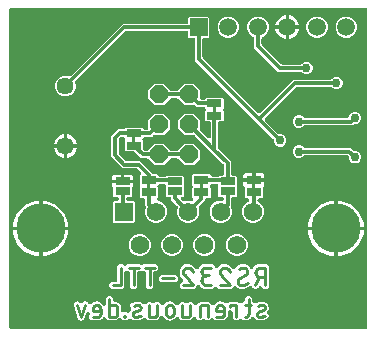
<source format=gbr>
G04 EAGLE Gerber RS-274X export*
G75*
%MOMM*%
%FSLAX34Y34*%
%LPD*%
%INBottom Copper*%
%IPPOS*%
%AMOC8*
5,1,8,0,0,1.08239X$1,22.5*%
G01*
G04 Define Apertures*
%ADD10C,0.279400*%
%ADD11R,1.560000X1.560000*%
%ADD12C,1.560000*%
%ADD13C,4.186000*%
%ADD14P,1.64956X8X292.5*%
%ADD15C,1.450000*%
%ADD16R,1.270000X0.660400*%
%ADD17R,1.270000X0.635000*%
%ADD18C,1.508000*%
%ADD19R,1.508000X1.508000*%
%ADD20C,0.304800*%
%ADD21C,0.756400*%
G36*
X312760Y10281D02*
X312166Y10160D01*
X11684Y10160D01*
X11135Y10262D01*
X10624Y10589D01*
X10281Y11090D01*
X10160Y11684D01*
X10160Y280320D01*
X10262Y280869D01*
X10589Y281380D01*
X11089Y281723D01*
X11684Y281844D01*
X312166Y281936D01*
X312715Y281834D01*
X313226Y281507D01*
X313569Y281007D01*
X313690Y280412D01*
X313690Y11684D01*
X313588Y11135D01*
X313261Y10624D01*
X312760Y10281D01*
G37*
%LPC*%
G36*
X235783Y267124D02*
X244339Y267124D01*
X244339Y275680D01*
X243857Y275680D01*
X240153Y274145D01*
X237317Y271310D01*
X235783Y267605D01*
X235783Y267124D01*
G37*
G36*
X247387Y267124D02*
X255943Y267124D01*
X255943Y267605D01*
X254408Y271310D01*
X251572Y274145D01*
X247868Y275680D01*
X247387Y275680D01*
X247387Y267124D01*
G37*
G36*
X294060Y256536D02*
X297665Y256536D01*
X300997Y257916D01*
X303547Y260466D01*
X304927Y263797D01*
X304927Y267403D01*
X303547Y270734D01*
X300997Y273284D01*
X297665Y274664D01*
X294060Y274664D01*
X290728Y273284D01*
X288178Y270734D01*
X286799Y267403D01*
X286799Y263797D01*
X288178Y260466D01*
X290728Y257916D01*
X294060Y256536D01*
G37*
G36*
X269060Y256536D02*
X272665Y256536D01*
X275997Y257916D01*
X278547Y260466D01*
X279927Y263797D01*
X279927Y267403D01*
X278547Y270734D01*
X275997Y273284D01*
X272665Y274664D01*
X269060Y274664D01*
X265728Y273284D01*
X263178Y270734D01*
X261799Y267403D01*
X261799Y263797D01*
X263178Y260466D01*
X265728Y257916D01*
X269060Y256536D01*
G37*
G36*
X260882Y225675D02*
X262993Y225675D01*
X264943Y226483D01*
X266436Y227976D01*
X267244Y229926D01*
X267244Y232037D01*
X266436Y233987D01*
X264943Y235479D01*
X262993Y236287D01*
X260882Y236287D01*
X258932Y235479D01*
X257928Y234476D01*
X257445Y234150D01*
X256850Y234029D01*
X241500Y234029D01*
X240928Y234141D01*
X240422Y234476D01*
X224357Y250541D01*
X224031Y251024D01*
X223911Y251619D01*
X223911Y256033D01*
X224017Y256594D01*
X224348Y257102D01*
X224851Y257441D01*
X225997Y257916D01*
X228547Y260466D01*
X229927Y263797D01*
X229927Y267403D01*
X228547Y270734D01*
X225997Y273284D01*
X222665Y274664D01*
X219060Y274664D01*
X215728Y273284D01*
X213178Y270734D01*
X211799Y267403D01*
X211799Y263797D01*
X213178Y260466D01*
X215728Y257916D01*
X216874Y257441D01*
X217351Y257128D01*
X217694Y256628D01*
X217815Y256033D01*
X217815Y248462D01*
X238344Y227933D01*
X256850Y227933D01*
X257422Y227822D01*
X257928Y227487D01*
X258932Y226483D01*
X260882Y225675D01*
G37*
G36*
X194060Y256536D02*
X197665Y256536D01*
X200997Y257916D01*
X203547Y260466D01*
X204927Y263797D01*
X204927Y267403D01*
X203547Y270734D01*
X200997Y273284D01*
X197665Y274664D01*
X194060Y274664D01*
X190728Y273284D01*
X188178Y270734D01*
X186799Y267403D01*
X186799Y263797D01*
X188178Y260466D01*
X190728Y257916D01*
X194060Y256536D01*
G37*
G36*
X238657Y164557D02*
X240768Y164557D01*
X242718Y165364D01*
X244211Y166857D01*
X245019Y168807D01*
X245019Y170918D01*
X244211Y172868D01*
X242718Y174361D01*
X240768Y175169D01*
X239348Y175169D01*
X238776Y175280D01*
X238271Y175615D01*
X227241Y186644D01*
X226925Y187105D01*
X226795Y187698D01*
X226906Y188294D01*
X227241Y188800D01*
X253229Y214787D01*
X253712Y215113D01*
X254306Y215233D01*
X282250Y215233D01*
X282822Y215122D01*
X283328Y214787D01*
X284332Y213783D01*
X286282Y212975D01*
X288393Y212975D01*
X290343Y213783D01*
X291836Y215276D01*
X292644Y217226D01*
X292644Y219337D01*
X291836Y221287D01*
X290343Y222779D01*
X288393Y223587D01*
X286282Y223587D01*
X284332Y222779D01*
X283328Y221776D01*
X282845Y221450D01*
X282250Y221329D01*
X251150Y221329D01*
X222931Y193110D01*
X222470Y192794D01*
X221877Y192664D01*
X221281Y192775D01*
X220776Y193110D01*
X174357Y239529D01*
X174031Y240012D01*
X173911Y240606D01*
X173911Y255012D01*
X174013Y255561D01*
X174340Y256072D01*
X174840Y256415D01*
X175435Y256536D01*
X179034Y256536D01*
X179927Y257429D01*
X179927Y273771D01*
X179034Y274664D01*
X162691Y274664D01*
X161799Y273771D01*
X161799Y270172D01*
X161696Y269623D01*
X161369Y269112D01*
X160869Y268769D01*
X160275Y268648D01*
X106381Y268648D01*
X62331Y224598D01*
X61859Y224277D01*
X61266Y224152D01*
X60670Y224268D01*
X59689Y224674D01*
X56199Y224674D01*
X52974Y223338D01*
X50506Y220870D01*
X49170Y217645D01*
X49170Y214155D01*
X50506Y210930D01*
X52974Y208462D01*
X56199Y207126D01*
X59689Y207126D01*
X62914Y208462D01*
X65382Y210930D01*
X66718Y214155D01*
X66718Y217645D01*
X66311Y218627D01*
X66195Y219185D01*
X66307Y219782D01*
X66642Y220287D01*
X108460Y262106D01*
X108943Y262431D01*
X109538Y262552D01*
X160275Y262552D01*
X160824Y262450D01*
X161335Y262123D01*
X161678Y261622D01*
X161799Y261028D01*
X161799Y257429D01*
X162691Y256536D01*
X166291Y256536D01*
X166840Y256434D01*
X167351Y256107D01*
X167694Y255606D01*
X167815Y255012D01*
X167815Y237450D01*
X233960Y171304D01*
X234286Y170821D01*
X234407Y170227D01*
X234407Y168807D01*
X235214Y166857D01*
X236707Y165364D01*
X238657Y164557D01*
G37*
G36*
X247387Y255520D02*
X247868Y255520D01*
X251572Y257055D01*
X254408Y259890D01*
X255943Y263595D01*
X255943Y264076D01*
X247387Y264076D01*
X247387Y255520D01*
G37*
G36*
X243857Y255520D02*
X244339Y255520D01*
X244339Y264076D01*
X235783Y264076D01*
X235783Y263595D01*
X237317Y259890D01*
X240153Y257055D01*
X243857Y255520D01*
G37*
G36*
X132702Y100214D02*
X136411Y100214D01*
X139838Y101633D01*
X142461Y104256D01*
X143880Y107683D01*
X143880Y111392D01*
X142461Y114819D01*
X139838Y117442D01*
X136456Y118843D01*
X135996Y119139D01*
X135645Y119634D01*
X135515Y120227D01*
X135627Y120823D01*
X135962Y121328D01*
X136462Y121828D01*
X136462Y129695D01*
X136265Y129891D01*
X135949Y130352D01*
X135819Y130944D01*
X135930Y131541D01*
X136265Y132046D01*
X136900Y132681D01*
X137384Y133007D01*
X137978Y133128D01*
X141415Y133128D01*
X141964Y133025D01*
X142475Y132698D01*
X142818Y132198D01*
X142939Y131604D01*
X142939Y123098D01*
X143831Y122206D01*
X146241Y122206D01*
X146790Y122103D01*
X147301Y121776D01*
X147644Y121276D01*
X147765Y120682D01*
X147765Y119419D01*
X152837Y114346D01*
X153158Y113874D01*
X153284Y113280D01*
X153168Y112685D01*
X152632Y111392D01*
X152632Y107683D01*
X154052Y104256D01*
X156675Y101633D01*
X160102Y100214D01*
X163811Y100214D01*
X167238Y101633D01*
X169861Y104256D01*
X171280Y107683D01*
X171280Y111392D01*
X170745Y112685D01*
X170629Y113244D01*
X170740Y113840D01*
X171075Y114346D01*
X176086Y119356D01*
X176086Y119412D01*
X176188Y119961D01*
X176515Y120472D01*
X177015Y120815D01*
X177610Y120936D01*
X180019Y120936D01*
X180912Y121828D01*
X180912Y129695D01*
X180715Y129891D01*
X180399Y130352D01*
X180269Y130944D01*
X180380Y131541D01*
X180715Y132046D01*
X181350Y132681D01*
X181834Y133007D01*
X182428Y133128D01*
X185865Y133128D01*
X186414Y133025D01*
X186925Y132698D01*
X187268Y132198D01*
X187389Y131604D01*
X187389Y123098D01*
X188281Y122206D01*
X190691Y122206D01*
X191240Y122103D01*
X191751Y121776D01*
X192094Y121276D01*
X192215Y120682D01*
X192215Y120386D01*
X192112Y119836D01*
X191785Y119325D01*
X191285Y118982D01*
X190691Y118862D01*
X187502Y118862D01*
X184075Y117442D01*
X181452Y114819D01*
X180032Y111392D01*
X180032Y107683D01*
X181452Y104256D01*
X184075Y101633D01*
X187502Y100214D01*
X191211Y100214D01*
X194638Y101633D01*
X197261Y104256D01*
X198680Y107683D01*
X198680Y111392D01*
X198145Y112685D01*
X198029Y113244D01*
X198140Y113840D01*
X198311Y114097D01*
X198311Y120682D01*
X198413Y121231D01*
X198740Y121742D01*
X199240Y122085D01*
X199835Y122206D01*
X202244Y122206D01*
X203137Y123098D01*
X203137Y138839D01*
X202244Y139732D01*
X199835Y139732D01*
X199285Y139834D01*
X198774Y140161D01*
X198431Y140661D01*
X198311Y141256D01*
X198311Y152075D01*
X187644Y162741D01*
X187319Y163224D01*
X187198Y163819D01*
X187198Y184499D01*
X187300Y185049D01*
X187627Y185560D01*
X188128Y185903D01*
X188722Y186023D01*
X191131Y186023D01*
X192024Y186916D01*
X192024Y194783D01*
X191828Y194979D01*
X191512Y195440D01*
X191382Y196032D01*
X191493Y196628D01*
X191828Y197134D01*
X192024Y197330D01*
X192024Y205197D01*
X191131Y206089D01*
X177169Y206089D01*
X175837Y204758D01*
X175354Y204432D01*
X174759Y204311D01*
X173387Y204311D01*
X172837Y204414D01*
X172326Y204741D01*
X171983Y205241D01*
X171863Y205835D01*
X171863Y212544D01*
X166506Y217900D01*
X158931Y217900D01*
X153282Y212251D01*
X152798Y211925D01*
X152204Y211804D01*
X147834Y211804D01*
X147262Y211916D01*
X146756Y212251D01*
X141106Y217900D01*
X133531Y217900D01*
X128175Y212544D01*
X128175Y204969D01*
X133531Y199612D01*
X141106Y199612D01*
X146756Y205262D01*
X147239Y205588D01*
X147834Y205708D01*
X152204Y205708D01*
X152776Y205597D01*
X153282Y205262D01*
X158931Y199612D01*
X166921Y199612D01*
X167493Y199501D01*
X167999Y199166D01*
X168949Y198215D01*
X174759Y198215D01*
X175331Y198104D01*
X175837Y197769D01*
X176472Y197134D01*
X176788Y196673D01*
X176918Y196081D01*
X176807Y195484D01*
X176472Y194979D01*
X176276Y194783D01*
X176276Y186916D01*
X177169Y186023D01*
X179578Y186023D01*
X180127Y185921D01*
X180638Y185594D01*
X180981Y185094D01*
X181102Y184499D01*
X181102Y172963D01*
X181008Y172436D01*
X180689Y171920D01*
X180195Y171569D01*
X179602Y171439D01*
X179006Y171550D01*
X178500Y171885D01*
X172309Y178076D01*
X171983Y178560D01*
X171863Y179154D01*
X171863Y187144D01*
X166506Y192500D01*
X158931Y192500D01*
X153575Y187144D01*
X153575Y179569D01*
X158931Y174212D01*
X166921Y174212D01*
X167493Y174101D01*
X167999Y173766D01*
X191768Y149996D01*
X192094Y149513D01*
X192215Y148919D01*
X192215Y141256D01*
X192112Y140706D01*
X191785Y140195D01*
X191285Y139852D01*
X190691Y139732D01*
X188281Y139732D01*
X188220Y139670D01*
X187736Y139344D01*
X187142Y139224D01*
X182428Y139224D01*
X181856Y139335D01*
X181350Y139670D01*
X180019Y141002D01*
X166056Y141002D01*
X165164Y140109D01*
X165164Y132242D01*
X165360Y132046D01*
X165676Y131585D01*
X165806Y130993D01*
X165695Y130397D01*
X165360Y129891D01*
X165164Y129695D01*
X165164Y121828D01*
X165767Y121225D01*
X166068Y120797D01*
X166212Y120208D01*
X166116Y119609D01*
X165793Y119096D01*
X165295Y118749D01*
X164702Y118623D01*
X164106Y118739D01*
X163811Y118862D01*
X160102Y118862D01*
X158809Y118326D01*
X158250Y118210D01*
X157654Y118321D01*
X157148Y118656D01*
X156200Y119604D01*
X155894Y120043D01*
X155755Y120633D01*
X155856Y121231D01*
X156183Y121742D01*
X156683Y122085D01*
X157278Y122206D01*
X157794Y122206D01*
X158687Y123098D01*
X158687Y138839D01*
X157794Y139732D01*
X143831Y139732D01*
X143770Y139670D01*
X143286Y139344D01*
X142692Y139224D01*
X137978Y139224D01*
X137406Y139335D01*
X136900Y139670D01*
X135569Y141002D01*
X133021Y141002D01*
X132449Y141113D01*
X131944Y141448D01*
X121111Y152281D01*
X121074Y152273D01*
X109844Y152273D01*
X109272Y152384D01*
X108766Y152719D01*
X103507Y157979D01*
X103181Y158462D01*
X103061Y159056D01*
X103061Y170350D01*
X103172Y170922D01*
X103507Y171428D01*
X104797Y172718D01*
X105281Y173044D01*
X105875Y173165D01*
X106490Y173165D01*
X107039Y173062D01*
X107550Y172735D01*
X107893Y172235D01*
X107940Y172004D01*
X108210Y171734D01*
X108526Y171273D01*
X108656Y170681D01*
X108545Y170084D01*
X108210Y169579D01*
X108014Y169383D01*
X108014Y161516D01*
X108906Y160623D01*
X115772Y160623D01*
X116344Y160512D01*
X116849Y160177D01*
X122126Y154901D01*
X122163Y154908D01*
X126804Y154908D01*
X127376Y154797D01*
X127882Y154462D01*
X133531Y148812D01*
X141106Y148812D01*
X146756Y154462D01*
X147239Y154788D01*
X147834Y154908D01*
X152204Y154908D01*
X152776Y154797D01*
X153282Y154462D01*
X158931Y148812D01*
X166506Y148812D01*
X171863Y154169D01*
X171863Y161744D01*
X166506Y167100D01*
X158931Y167100D01*
X153282Y161451D01*
X152798Y161125D01*
X152204Y161004D01*
X147834Y161004D01*
X147262Y161116D01*
X146756Y161451D01*
X141106Y167100D01*
X133531Y167100D01*
X127882Y161451D01*
X127398Y161125D01*
X126804Y161004D01*
X125286Y161004D01*
X124736Y161107D01*
X124225Y161434D01*
X123882Y161934D01*
X123762Y162528D01*
X123762Y169383D01*
X123565Y169579D01*
X123249Y170040D01*
X123119Y170632D01*
X123230Y171228D01*
X123565Y171734D01*
X124200Y172369D01*
X124684Y172695D01*
X125278Y172815D01*
X131088Y172815D01*
X132039Y173766D01*
X132522Y174092D01*
X133117Y174212D01*
X141106Y174212D01*
X146463Y179569D01*
X146463Y187144D01*
X141106Y192500D01*
X133531Y192500D01*
X128175Y187144D01*
X128175Y180435D01*
X128072Y179886D01*
X127745Y179375D01*
X127245Y179032D01*
X126651Y178911D01*
X125278Y178911D01*
X124706Y179023D01*
X124200Y179358D01*
X122869Y180689D01*
X108906Y180689D01*
X107924Y179707D01*
X107441Y179381D01*
X106846Y179261D01*
X102719Y179261D01*
X96965Y173506D01*
X96965Y155900D01*
X106687Y146177D01*
X117962Y146177D01*
X118534Y146066D01*
X119040Y145731D01*
X121610Y143161D01*
X121926Y142700D01*
X122056Y142107D01*
X121945Y141511D01*
X121610Y141006D01*
X120714Y140109D01*
X120714Y132242D01*
X120910Y132046D01*
X121226Y131585D01*
X121356Y130993D01*
X121245Y130397D01*
X120910Y129891D01*
X120714Y129695D01*
X120714Y121828D01*
X121606Y120936D01*
X124016Y120936D01*
X124565Y120833D01*
X125076Y120506D01*
X125419Y120006D01*
X125540Y119412D01*
X125540Y114196D01*
X125758Y113874D01*
X125884Y113280D01*
X125768Y112685D01*
X125232Y111392D01*
X125232Y107683D01*
X126652Y104256D01*
X129275Y101633D01*
X132702Y100214D01*
G37*
G36*
X254532Y180432D02*
X256643Y180432D01*
X258593Y181239D01*
X259597Y182243D01*
X260080Y182569D01*
X260675Y182690D01*
X301300Y182690D01*
X301771Y183160D01*
X302254Y183486D01*
X302848Y183607D01*
X304268Y183607D01*
X306218Y184414D01*
X307711Y185907D01*
X308519Y187857D01*
X308519Y189968D01*
X307711Y191918D01*
X306218Y193411D01*
X304268Y194219D01*
X302157Y194219D01*
X300207Y193411D01*
X298714Y191918D01*
X297806Y189726D01*
X297493Y189249D01*
X296993Y188906D01*
X296398Y188786D01*
X260675Y188786D01*
X260103Y188897D01*
X259597Y189232D01*
X258593Y190236D01*
X256643Y191044D01*
X254532Y191044D01*
X252582Y190236D01*
X251089Y188743D01*
X250282Y186793D01*
X250282Y184682D01*
X251089Y182732D01*
X252582Y181239D01*
X254532Y180432D01*
G37*
G36*
X48154Y166624D02*
X56420Y166624D01*
X56420Y174890D01*
X55996Y174890D01*
X52398Y173400D01*
X49644Y170646D01*
X48154Y167047D01*
X48154Y166624D01*
G37*
G36*
X59468Y166624D02*
X67734Y166624D01*
X67734Y167047D01*
X66243Y170646D01*
X63489Y173400D01*
X59891Y174890D01*
X59468Y174890D01*
X59468Y166624D01*
G37*
G36*
X302157Y150269D02*
X304268Y150269D01*
X306218Y151077D01*
X307711Y152569D01*
X308519Y154520D01*
X308519Y156630D01*
X307711Y158581D01*
X306218Y160073D01*
X304268Y160881D01*
X302848Y160881D01*
X302276Y160992D01*
X301771Y161327D01*
X299713Y163386D01*
X260675Y163386D01*
X260103Y163497D01*
X259597Y163832D01*
X258593Y164836D01*
X256643Y165644D01*
X254532Y165644D01*
X252582Y164836D01*
X251089Y163343D01*
X250282Y161393D01*
X250282Y159282D01*
X251089Y157332D01*
X252582Y155839D01*
X254532Y155032D01*
X256643Y155032D01*
X258593Y155839D01*
X259597Y156843D01*
X260080Y157169D01*
X260675Y157290D01*
X296383Y157290D01*
X296932Y157187D01*
X297443Y156860D01*
X297786Y156360D01*
X297907Y155766D01*
X297907Y154520D01*
X298714Y152569D01*
X300207Y151077D01*
X302157Y150269D01*
G37*
G36*
X59468Y155310D02*
X59891Y155310D01*
X63489Y156800D01*
X66243Y159554D01*
X67734Y163153D01*
X67734Y163576D01*
X59468Y163576D01*
X59468Y155310D01*
G37*
G36*
X55996Y155310D02*
X56420Y155310D01*
X56420Y163576D01*
X48154Y163576D01*
X48154Y163153D01*
X49644Y159554D01*
X52398Y156800D01*
X55996Y155310D01*
G37*
G36*
X208598Y137700D02*
X215964Y137700D01*
X215964Y142018D01*
X210085Y142018D01*
X208598Y140530D01*
X208598Y137700D01*
G37*
G36*
X219012Y137700D02*
X226378Y137700D01*
X226378Y140530D01*
X224890Y142018D01*
X219012Y142018D01*
X219012Y137700D01*
G37*
G36*
X97473Y136557D02*
X104839Y136557D01*
X104839Y140748D01*
X98960Y140748D01*
X97473Y139260D01*
X97473Y136557D01*
G37*
G36*
X107887Y136557D02*
X115253Y136557D01*
X115253Y139260D01*
X113765Y140748D01*
X107887Y140748D01*
X107887Y136557D01*
G37*
G36*
X214902Y100214D02*
X218611Y100214D01*
X222038Y101633D01*
X224661Y104256D01*
X226080Y107683D01*
X226080Y111392D01*
X224661Y114819D01*
X222038Y117442D01*
X221476Y117675D01*
X220999Y117988D01*
X220656Y118488D01*
X220536Y119083D01*
X220536Y119412D01*
X220638Y119961D01*
X220965Y120472D01*
X221465Y120815D01*
X222060Y120936D01*
X224469Y120936D01*
X225362Y121828D01*
X225362Y130174D01*
X225473Y130746D01*
X225808Y131252D01*
X226378Y131822D01*
X226378Y134652D01*
X208598Y134652D01*
X208598Y131822D01*
X209167Y131252D01*
X209493Y130769D01*
X209614Y130174D01*
X209614Y121828D01*
X210506Y120936D01*
X212248Y120936D01*
X212763Y120846D01*
X213281Y120531D01*
X213636Y120040D01*
X213771Y119448D01*
X213665Y118851D01*
X213334Y118343D01*
X212831Y118004D01*
X211475Y117442D01*
X208852Y114819D01*
X207432Y111392D01*
X207432Y107683D01*
X208852Y104256D01*
X211475Y101633D01*
X214902Y100214D01*
G37*
G36*
X98725Y100214D02*
X115588Y100214D01*
X116480Y101106D01*
X116480Y117969D01*
X115588Y118862D01*
X110935Y118862D01*
X110385Y118964D01*
X109874Y119291D01*
X109531Y119791D01*
X109411Y120386D01*
X109411Y120682D01*
X109513Y121231D01*
X109840Y121742D01*
X110340Y122085D01*
X110935Y122206D01*
X113344Y122206D01*
X114237Y123098D01*
X114237Y129158D01*
X114348Y129730D01*
X114683Y130236D01*
X115253Y130806D01*
X115253Y133509D01*
X97473Y133509D01*
X97473Y130806D01*
X98042Y130236D01*
X98368Y129753D01*
X98489Y129158D01*
X98489Y123098D01*
X99381Y122206D01*
X101791Y122206D01*
X102340Y122103D01*
X102851Y121776D01*
X103194Y121276D01*
X103315Y120682D01*
X103315Y120386D01*
X103212Y119836D01*
X102885Y119325D01*
X102385Y118982D01*
X101791Y118862D01*
X98725Y118862D01*
X97832Y117969D01*
X97832Y101106D01*
X98725Y100214D01*
G37*
G36*
X263486Y96862D02*
X285432Y96862D01*
X285432Y118808D01*
X282288Y118808D01*
X273662Y115234D01*
X267059Y108632D01*
X263486Y100006D01*
X263486Y96862D01*
G37*
G36*
X13586Y96862D02*
X35532Y96862D01*
X35532Y118808D01*
X32388Y118808D01*
X23762Y115234D01*
X17159Y108632D01*
X13586Y100006D01*
X13586Y96862D01*
G37*
G36*
X38580Y96862D02*
X60526Y96862D01*
X60526Y100006D01*
X56953Y108632D01*
X50351Y115234D01*
X41725Y118808D01*
X38580Y118808D01*
X38580Y96862D01*
G37*
G36*
X288480Y96862D02*
X310426Y96862D01*
X310426Y100006D01*
X306853Y108632D01*
X300251Y115234D01*
X291625Y118808D01*
X288480Y118808D01*
X288480Y96862D01*
G37*
G36*
X288480Y71868D02*
X291625Y71868D01*
X300251Y75441D01*
X306853Y82043D01*
X310426Y90669D01*
X310426Y93814D01*
X288480Y93814D01*
X288480Y71868D01*
G37*
G36*
X282288Y71868D02*
X285432Y71868D01*
X285432Y93814D01*
X263486Y93814D01*
X263486Y90669D01*
X267059Y82043D01*
X273662Y75441D01*
X282288Y71868D01*
G37*
G36*
X38580Y71868D02*
X41725Y71868D01*
X50351Y75441D01*
X56953Y82043D01*
X60526Y90669D01*
X60526Y93814D01*
X38580Y93814D01*
X38580Y71868D01*
G37*
G36*
X32388Y71868D02*
X35532Y71868D01*
X35532Y93814D01*
X13586Y93814D01*
X13586Y90669D01*
X17159Y82043D01*
X23762Y75441D01*
X32388Y71868D01*
G37*
G36*
X201202Y71814D02*
X204911Y71814D01*
X208338Y73233D01*
X210961Y75856D01*
X212380Y79283D01*
X212380Y82992D01*
X210961Y86419D01*
X208338Y89042D01*
X204911Y90462D01*
X201202Y90462D01*
X197775Y89042D01*
X195152Y86419D01*
X193732Y82992D01*
X193732Y79283D01*
X195152Y75856D01*
X197775Y73233D01*
X201202Y71814D01*
G37*
G36*
X173802Y71814D02*
X177511Y71814D01*
X180938Y73233D01*
X183561Y75856D01*
X184980Y79283D01*
X184980Y82992D01*
X183561Y86419D01*
X180938Y89042D01*
X177511Y90462D01*
X173802Y90462D01*
X170375Y89042D01*
X167752Y86419D01*
X166332Y82992D01*
X166332Y79283D01*
X167752Y75856D01*
X170375Y73233D01*
X173802Y71814D01*
G37*
G36*
X146402Y71814D02*
X150111Y71814D01*
X153538Y73233D01*
X156161Y75856D01*
X157580Y79283D01*
X157580Y82992D01*
X156161Y86419D01*
X153538Y89042D01*
X150111Y90462D01*
X146402Y90462D01*
X142975Y89042D01*
X140352Y86419D01*
X138932Y82992D01*
X138932Y79283D01*
X140352Y75856D01*
X142975Y73233D01*
X146402Y71814D01*
G37*
G36*
X119002Y71814D02*
X122711Y71814D01*
X126138Y73233D01*
X128761Y75856D01*
X130180Y79283D01*
X130180Y82992D01*
X128761Y86419D01*
X126138Y89042D01*
X122711Y90462D01*
X119002Y90462D01*
X115575Y89042D01*
X112952Y86419D01*
X111532Y82992D01*
X111532Y79283D01*
X112952Y75856D01*
X115575Y73233D01*
X119002Y71814D01*
G37*
G36*
X216489Y45046D02*
X218653Y43963D01*
X220949Y44729D01*
X221507Y45845D01*
X221759Y46206D01*
X222254Y46557D01*
X222846Y46687D01*
X223442Y46576D01*
X223948Y46241D01*
X225993Y44196D01*
X228413Y44196D01*
X230124Y45907D01*
X230124Y63313D01*
X228413Y65024D01*
X221142Y65024D01*
X217855Y63126D01*
X216842Y61372D01*
X216326Y60839D01*
X215757Y60628D01*
X215151Y60656D01*
X214604Y60917D01*
X214202Y61372D01*
X213061Y63349D01*
X210159Y65024D01*
X206997Y65024D01*
X204175Y64083D01*
X202985Y63191D01*
X202017Y62465D01*
X201968Y62116D01*
X201859Y61730D01*
X201513Y61231D01*
X201001Y60907D01*
X200402Y60809D01*
X199813Y60951D01*
X199326Y61313D01*
X197192Y63685D01*
X194187Y65024D01*
X190755Y65024D01*
X187661Y63237D01*
X187254Y62534D01*
X187062Y62271D01*
X186573Y61912D01*
X185983Y61772D01*
X185385Y61874D01*
X184874Y62201D01*
X184531Y62701D01*
X184410Y63296D01*
X184410Y63313D01*
X182699Y65024D01*
X174463Y65024D01*
X171177Y62636D01*
X170851Y61633D01*
X170456Y61004D01*
X169943Y60680D01*
X169345Y60581D01*
X168755Y60724D01*
X168268Y61085D01*
X165930Y63685D01*
X162925Y65024D01*
X159493Y65024D01*
X156398Y63237D01*
X154612Y60143D01*
X154612Y56931D01*
X154832Y56418D01*
X154953Y55891D01*
X154861Y55291D01*
X154622Y54905D01*
X155000Y54844D01*
X155514Y54521D01*
X156597Y53489D01*
X156708Y53372D01*
X157407Y52549D01*
X157630Y52201D01*
X157769Y51611D01*
X157668Y51013D01*
X157341Y50502D01*
X156841Y50159D01*
X156342Y50058D01*
X154612Y48327D01*
X154612Y45907D01*
X156323Y44196D01*
X165678Y44196D01*
X165802Y44191D01*
X166969Y44096D01*
X167797Y44924D01*
X167887Y45008D01*
X168779Y45766D01*
X168779Y46229D01*
X168814Y46553D01*
X169058Y47108D01*
X169500Y47524D01*
X170068Y47735D01*
X170674Y47707D01*
X171221Y47446D01*
X171623Y46991D01*
X172141Y46094D01*
X175429Y44196D01*
X182699Y44196D01*
X184065Y45561D01*
X184526Y45877D01*
X185118Y46007D01*
X185714Y45896D01*
X186220Y45561D01*
X187585Y44196D01*
X196941Y44196D01*
X197064Y44191D01*
X198231Y44096D01*
X199059Y44924D01*
X199150Y45008D01*
X200163Y45869D01*
X200163Y45870D01*
X200604Y46286D01*
X201173Y46496D01*
X201779Y46469D01*
X202326Y46207D01*
X202585Y45914D01*
X205561Y44196D01*
X209227Y44196D01*
X212903Y45728D01*
X213672Y46503D01*
X214226Y46860D01*
X214826Y46953D01*
X215414Y46804D01*
X215898Y46438D01*
X216200Y45912D01*
X216489Y45046D01*
G37*
G36*
X96981Y44196D02*
X106061Y44196D01*
X107772Y45907D01*
X107772Y58201D01*
X107866Y58728D01*
X108185Y59244D01*
X108680Y59595D01*
X109272Y59725D01*
X109868Y59614D01*
X110374Y59279D01*
X110471Y59182D01*
X111399Y59182D01*
X111948Y59080D01*
X112459Y58753D01*
X112802Y58252D01*
X112923Y57658D01*
X112923Y45907D01*
X114634Y44196D01*
X117054Y44196D01*
X118765Y45907D01*
X118765Y57658D01*
X118867Y58207D01*
X119194Y58718D01*
X119694Y59061D01*
X120289Y59182D01*
X121217Y59182D01*
X121540Y59505D01*
X122001Y59821D01*
X122593Y59951D01*
X123189Y59840D01*
X123695Y59505D01*
X124018Y59182D01*
X124946Y59182D01*
X125495Y59080D01*
X126006Y58753D01*
X126349Y58252D01*
X126470Y57658D01*
X126470Y45907D01*
X128181Y44196D01*
X130601Y44196D01*
X132312Y45907D01*
X132312Y57658D01*
X132414Y58207D01*
X132741Y58718D01*
X133242Y59061D01*
X133836Y59182D01*
X134764Y59182D01*
X136475Y60893D01*
X136475Y63313D01*
X134764Y65024D01*
X124018Y65024D01*
X123695Y64701D01*
X123234Y64385D01*
X122642Y64255D01*
X122045Y64366D01*
X121540Y64701D01*
X121217Y65024D01*
X110471Y65024D01*
X109344Y63897D01*
X108883Y63581D01*
X108291Y63451D01*
X107694Y63562D01*
X107189Y63897D01*
X106061Y65024D01*
X103642Y65024D01*
X101930Y63313D01*
X101930Y51562D01*
X101828Y51013D01*
X101501Y50502D01*
X101001Y50159D01*
X100406Y50038D01*
X96981Y50038D01*
X95270Y48327D01*
X95270Y45907D01*
X96981Y44196D01*
G37*
G36*
X138817Y50024D02*
X151227Y50024D01*
X152939Y51735D01*
X152939Y53418D01*
X153020Y53909D01*
X153265Y54329D01*
X152859Y54405D01*
X152353Y54740D01*
X151227Y55866D01*
X138817Y55866D01*
X137106Y54155D01*
X137106Y51735D01*
X138817Y50024D01*
G37*
G36*
X142479Y18460D02*
X146342Y17204D01*
X150206Y18460D01*
X151402Y20106D01*
X151997Y20594D01*
X152587Y20734D01*
X153185Y20632D01*
X153696Y20305D01*
X154039Y19805D01*
X154153Y19244D01*
X155870Y17526D01*
X161243Y17526D01*
X161243Y17526D01*
X162695Y17526D01*
X165210Y18978D01*
X165905Y20181D01*
X166097Y20444D01*
X166586Y20803D01*
X167176Y20943D01*
X167774Y20841D01*
X168285Y20514D01*
X168628Y20014D01*
X168748Y19419D01*
X168748Y19237D01*
X170460Y17526D01*
X172879Y17526D01*
X173922Y18569D01*
X174383Y18885D01*
X174975Y19015D01*
X175572Y18904D01*
X176077Y18569D01*
X177120Y17526D01*
X179540Y17526D01*
X180956Y18942D01*
X181417Y19258D01*
X182009Y19388D01*
X182606Y19277D01*
X183111Y18942D01*
X184528Y17526D01*
X191352Y17526D01*
X193867Y18978D01*
X195319Y21493D01*
X195319Y24328D01*
X195421Y24877D01*
X195748Y25388D01*
X196249Y25731D01*
X196843Y25852D01*
X198246Y25852D01*
X198795Y25749D01*
X199306Y25422D01*
X199649Y24922D01*
X199770Y24328D01*
X199770Y19237D01*
X201481Y17526D01*
X203901Y17526D01*
X205103Y18729D01*
X205564Y19045D01*
X206157Y19175D01*
X206753Y19064D01*
X207259Y18729D01*
X208461Y17526D01*
X210504Y17526D01*
X210504Y17526D01*
X211956Y17526D01*
X214470Y18978D01*
X214888Y19701D01*
X215447Y20259D01*
X216022Y20451D01*
X216627Y20404D01*
X217165Y20124D01*
X220413Y17500D01*
X222214Y17526D01*
X222249Y17526D01*
X225096Y17567D01*
X227776Y18531D01*
X228914Y18941D01*
X229945Y21130D01*
X229039Y23648D01*
X228783Y24111D01*
X228719Y24714D01*
X228896Y25294D01*
X230077Y27475D01*
X229357Y31076D01*
X226500Y33385D01*
X224664Y33358D01*
X222099Y33322D01*
X219760Y32269D01*
X218793Y31833D01*
X218192Y31699D01*
X217595Y31810D01*
X217090Y32145D01*
X216369Y32866D01*
X216043Y33350D01*
X215922Y33944D01*
X215922Y36643D01*
X214211Y38354D01*
X211791Y38354D01*
X210080Y36643D01*
X210080Y34883D01*
X209978Y34333D01*
X209651Y33822D01*
X209151Y33479D01*
X208556Y33359D01*
X208461Y33359D01*
X207259Y32156D01*
X206798Y31840D01*
X206205Y31710D01*
X205609Y31821D01*
X205103Y32156D01*
X203901Y33359D01*
X196486Y33359D01*
X195296Y32169D01*
X194609Y31774D01*
X194004Y31738D01*
X193432Y31941D01*
X192985Y32351D01*
X192931Y32425D01*
X189068Y33680D01*
X185204Y32425D01*
X184008Y30778D01*
X183414Y30290D01*
X182824Y30151D01*
X182226Y30253D01*
X181715Y30579D01*
X181372Y31080D01*
X181258Y31641D01*
X179540Y33359D01*
X172715Y33359D01*
X170200Y31907D01*
X169506Y30703D01*
X169314Y30440D01*
X168825Y30082D01*
X168234Y29942D01*
X167636Y30044D01*
X167125Y30371D01*
X166782Y30871D01*
X166662Y31465D01*
X166662Y31648D01*
X164951Y33359D01*
X162531Y33359D01*
X161488Y32316D01*
X161027Y32000D01*
X160435Y31870D01*
X159839Y31981D01*
X159333Y32316D01*
X158290Y33359D01*
X155870Y33359D01*
X154150Y31638D01*
X153965Y30930D01*
X153570Y30470D01*
X153026Y30201D01*
X152421Y30165D01*
X151849Y30368D01*
X151402Y30778D01*
X150206Y32425D01*
X146342Y33680D01*
X142479Y32425D01*
X141283Y30778D01*
X140688Y30290D01*
X140098Y30151D01*
X139500Y30253D01*
X138989Y30579D01*
X138646Y31080D01*
X138532Y31641D01*
X136815Y33359D01*
X134395Y33359D01*
X133352Y32316D01*
X132891Y32000D01*
X132299Y31870D01*
X131702Y31981D01*
X131197Y32316D01*
X130154Y33359D01*
X127734Y33359D01*
X125820Y31444D01*
X125503Y31201D01*
X124927Y31009D01*
X124323Y31057D01*
X123785Y31337D01*
X121250Y33385D01*
X119413Y33358D01*
X116849Y33322D01*
X114509Y32269D01*
X113406Y31772D01*
X112548Y29509D01*
X113301Y27837D01*
X113428Y27066D01*
X113252Y26486D01*
X112256Y24647D01*
X112027Y24330D01*
X111532Y23979D01*
X110940Y23849D01*
X110344Y23960D01*
X109981Y24201D01*
X106292Y24201D01*
X105743Y24303D01*
X105232Y24630D01*
X104889Y25130D01*
X104768Y25725D01*
X104768Y29392D01*
X103317Y31907D01*
X100802Y33359D01*
X99632Y33359D01*
X99083Y33461D01*
X98572Y33788D01*
X98229Y34288D01*
X98108Y34883D01*
X98108Y36643D01*
X96397Y38354D01*
X93977Y38354D01*
X92266Y36643D01*
X92266Y31522D01*
X92072Y30778D01*
X91677Y30318D01*
X91133Y30049D01*
X90528Y30013D01*
X89956Y30216D01*
X89509Y30626D01*
X88202Y32425D01*
X84339Y33680D01*
X80475Y32425D01*
X79841Y31552D01*
X79332Y31107D01*
X78752Y30930D01*
X78149Y30994D01*
X77618Y31288D01*
X77245Y31766D01*
X76714Y32826D01*
X74419Y33591D01*
X71994Y32379D01*
X71217Y32221D01*
X70631Y32379D01*
X68207Y33591D01*
X65911Y32826D01*
X64829Y30662D01*
X68073Y20929D01*
X68146Y20567D01*
X68115Y20310D01*
X68559Y19423D01*
X68641Y19224D01*
X68941Y18325D01*
X68989Y18293D01*
X69148Y18089D01*
X70089Y17776D01*
X70289Y17693D01*
X71136Y17269D01*
X71193Y17281D01*
X71449Y17250D01*
X72336Y17693D01*
X72536Y17776D01*
X73435Y18075D01*
X73467Y18123D01*
X73670Y18283D01*
X73984Y19224D01*
X74067Y19423D01*
X74490Y20271D01*
X74479Y20327D01*
X74552Y20929D01*
X75118Y22625D01*
X75176Y22724D01*
X75190Y22843D01*
X75482Y23719D01*
X75817Y24279D01*
X76311Y24630D01*
X76904Y24760D01*
X77500Y24649D01*
X78006Y24314D01*
X78298Y24022D01*
X78614Y23561D01*
X78744Y22969D01*
X78633Y22373D01*
X78298Y21867D01*
X78087Y21657D01*
X78087Y19237D01*
X79799Y17526D01*
X86623Y17526D01*
X89138Y18978D01*
X89422Y19470D01*
X89614Y19733D01*
X90103Y20092D01*
X90693Y20231D01*
X91291Y20130D01*
X91802Y19803D01*
X92025Y19478D01*
X93977Y17526D01*
X100802Y17526D01*
X103516Y19093D01*
X104254Y19297D01*
X104850Y19186D01*
X105355Y18851D01*
X106680Y17526D01*
X109933Y17526D01*
X111286Y18880D01*
X111604Y19123D01*
X112179Y19315D01*
X112784Y19267D01*
X113322Y18988D01*
X115163Y17500D01*
X116964Y17526D01*
X116999Y17526D01*
X119846Y17567D01*
X122526Y18531D01*
X123707Y18956D01*
X123858Y19178D01*
X124353Y19529D01*
X124945Y19659D01*
X125541Y19548D01*
X126047Y19213D01*
X127734Y17526D01*
X133107Y17526D01*
X133107Y17526D01*
X134559Y17526D01*
X137074Y18978D01*
X138127Y20802D01*
X138512Y21244D01*
X139056Y21513D01*
X139661Y21549D01*
X140233Y21346D01*
X140680Y20936D01*
X142479Y18460D01*
G37*
%LPD*%
G36*
X114554Y163608D02*
X114554Y170974D01*
X117221Y170974D01*
X117221Y163608D01*
X114554Y163608D01*
G37*
G36*
X114554Y163608D02*
X114554Y170974D01*
X117221Y170974D01*
X117221Y163608D01*
X114554Y163608D01*
G37*
G36*
X114554Y170339D02*
X114554Y177705D01*
X117221Y177705D01*
X117221Y170339D01*
X114554Y170339D01*
G37*
G36*
X114554Y170339D02*
X114554Y177705D01*
X117221Y177705D01*
X117221Y170339D01*
X114554Y170339D01*
G37*
G36*
X127254Y123920D02*
X127254Y131286D01*
X129921Y131286D01*
X129921Y123920D01*
X127254Y123920D01*
G37*
G36*
X127254Y123920D02*
X127254Y131286D01*
X129921Y131286D01*
X129921Y123920D01*
X127254Y123920D01*
G37*
G36*
X127254Y130651D02*
X127254Y138017D01*
X129921Y138017D01*
X129921Y130651D01*
X127254Y130651D01*
G37*
G36*
X127254Y130651D02*
X127254Y138017D01*
X129921Y138017D01*
X129921Y130651D01*
X127254Y130651D01*
G37*
G36*
X171704Y123920D02*
X171704Y131286D01*
X174371Y131286D01*
X174371Y123920D01*
X171704Y123920D01*
G37*
G36*
X171704Y123920D02*
X171704Y131286D01*
X174371Y131286D01*
X174371Y123920D01*
X171704Y123920D01*
G37*
G36*
X171704Y130651D02*
X171704Y138017D01*
X174371Y138017D01*
X174371Y130651D01*
X171704Y130651D01*
G37*
G36*
X171704Y130651D02*
X171704Y138017D01*
X174371Y138017D01*
X174371Y130651D01*
X171704Y130651D01*
G37*
G36*
X185484Y196374D02*
X185484Y189008D01*
X182817Y189008D01*
X182817Y196374D01*
X185484Y196374D01*
G37*
G36*
X185484Y196374D02*
X185484Y189008D01*
X182817Y189008D01*
X182817Y196374D01*
X185484Y196374D01*
G37*
G36*
X185484Y203105D02*
X185484Y195739D01*
X182817Y195739D01*
X182817Y203105D01*
X185484Y203105D01*
G37*
G36*
X185484Y203105D02*
X185484Y195739D01*
X182817Y195739D01*
X182817Y203105D01*
X185484Y203105D01*
G37*
G36*
X216154Y123920D02*
X216154Y131286D01*
X218821Y131286D01*
X218821Y123920D01*
X216154Y123920D01*
G37*
G36*
X216154Y123920D02*
X216154Y131286D01*
X218821Y131286D01*
X218821Y123920D01*
X216154Y123920D01*
G37*
G36*
X216154Y130651D02*
X216154Y138017D01*
X218821Y138017D01*
X218821Y130651D01*
X216154Y130651D01*
G37*
G36*
X216154Y130651D02*
X216154Y138017D01*
X218821Y138017D01*
X218821Y130651D01*
X216154Y130651D01*
G37*
D10*
X227203Y47117D02*
X227203Y62103D01*
X223040Y62103D01*
X222912Y62101D01*
X222784Y62095D01*
X222656Y62085D01*
X222528Y62071D01*
X222401Y62054D01*
X222275Y62032D01*
X222149Y62007D01*
X222025Y61977D01*
X221901Y61944D01*
X221778Y61907D01*
X221656Y61866D01*
X221536Y61822D01*
X221417Y61774D01*
X221300Y61722D01*
X221184Y61667D01*
X221071Y61608D01*
X220959Y61545D01*
X220848Y61479D01*
X220741Y61410D01*
X220635Y61338D01*
X220531Y61262D01*
X220430Y61183D01*
X220331Y61101D01*
X220235Y61016D01*
X220142Y60929D01*
X220051Y60838D01*
X219964Y60745D01*
X219879Y60649D01*
X219797Y60550D01*
X219718Y60449D01*
X219642Y60345D01*
X219570Y60239D01*
X219501Y60132D01*
X219435Y60022D01*
X219372Y59909D01*
X219313Y59796D01*
X219258Y59680D01*
X219206Y59563D01*
X219158Y59444D01*
X219114Y59324D01*
X219073Y59202D01*
X219036Y59079D01*
X219003Y58955D01*
X218973Y58831D01*
X218948Y58705D01*
X218926Y58579D01*
X218909Y58452D01*
X218895Y58324D01*
X218885Y58196D01*
X218879Y58068D01*
X218877Y57940D01*
X218879Y57812D01*
X218885Y57684D01*
X218895Y57556D01*
X218909Y57428D01*
X218926Y57301D01*
X218948Y57175D01*
X218973Y57049D01*
X219003Y56925D01*
X219036Y56801D01*
X219073Y56678D01*
X219114Y56556D01*
X219158Y56436D01*
X219206Y56317D01*
X219258Y56200D01*
X219313Y56084D01*
X219372Y55971D01*
X219435Y55859D01*
X219501Y55748D01*
X219570Y55641D01*
X219642Y55535D01*
X219718Y55431D01*
X219797Y55330D01*
X219879Y55231D01*
X219964Y55135D01*
X220051Y55042D01*
X220142Y54951D01*
X220235Y54864D01*
X220331Y54779D01*
X220430Y54697D01*
X220531Y54618D01*
X220635Y54542D01*
X220741Y54470D01*
X220848Y54401D01*
X220958Y54335D01*
X221071Y54272D01*
X221184Y54213D01*
X221300Y54158D01*
X221417Y54106D01*
X221536Y54058D01*
X221656Y54014D01*
X221778Y53973D01*
X221901Y53936D01*
X222025Y53903D01*
X222149Y53873D01*
X222275Y53848D01*
X222401Y53826D01*
X222528Y53809D01*
X222656Y53795D01*
X222784Y53785D01*
X222912Y53779D01*
X223040Y53777D01*
X227203Y53777D01*
X222208Y53777D02*
X218877Y47117D01*
X207236Y47117D02*
X207122Y47119D01*
X207009Y47125D01*
X206895Y47134D01*
X206783Y47148D01*
X206670Y47165D01*
X206558Y47187D01*
X206448Y47212D01*
X206338Y47240D01*
X206229Y47273D01*
X206121Y47309D01*
X206014Y47349D01*
X205909Y47393D01*
X205806Y47440D01*
X205704Y47490D01*
X205604Y47544D01*
X205506Y47602D01*
X205410Y47663D01*
X205316Y47726D01*
X205224Y47794D01*
X205134Y47864D01*
X205048Y47937D01*
X204963Y48013D01*
X204881Y48092D01*
X204802Y48174D01*
X204726Y48259D01*
X204653Y48345D01*
X204583Y48435D01*
X204515Y48527D01*
X204452Y48621D01*
X204391Y48717D01*
X204333Y48815D01*
X204279Y48915D01*
X204229Y49017D01*
X204182Y49120D01*
X204138Y49225D01*
X204098Y49332D01*
X204062Y49440D01*
X204029Y49549D01*
X204001Y49659D01*
X203976Y49769D01*
X203954Y49881D01*
X203937Y49994D01*
X203923Y50106D01*
X203914Y50220D01*
X203908Y50333D01*
X203906Y50447D01*
X207236Y47117D02*
X207404Y47119D01*
X207573Y47125D01*
X207741Y47135D01*
X207908Y47149D01*
X208076Y47167D01*
X208242Y47189D01*
X208409Y47215D01*
X208574Y47245D01*
X208739Y47279D01*
X208903Y47317D01*
X209066Y47359D01*
X209228Y47405D01*
X209389Y47455D01*
X209549Y47508D01*
X209707Y47565D01*
X209864Y47626D01*
X210019Y47691D01*
X210173Y47759D01*
X210325Y47832D01*
X210475Y47907D01*
X210624Y47987D01*
X210770Y48069D01*
X210915Y48156D01*
X211057Y48245D01*
X211198Y48338D01*
X211336Y48435D01*
X211471Y48535D01*
X211604Y48638D01*
X211735Y48744D01*
X211863Y48853D01*
X211989Y48965D01*
X212111Y49080D01*
X212231Y49198D01*
X211814Y58773D02*
X211812Y58887D01*
X211806Y59000D01*
X211797Y59114D01*
X211783Y59226D01*
X211766Y59339D01*
X211744Y59451D01*
X211719Y59561D01*
X211691Y59671D01*
X211658Y59780D01*
X211622Y59888D01*
X211582Y59995D01*
X211538Y60100D01*
X211491Y60203D01*
X211441Y60305D01*
X211387Y60405D01*
X211329Y60503D01*
X211268Y60599D01*
X211205Y60693D01*
X211137Y60785D01*
X211067Y60875D01*
X210994Y60961D01*
X210918Y61046D01*
X210839Y61128D01*
X210757Y61207D01*
X210672Y61283D01*
X210586Y61356D01*
X210496Y61426D01*
X210404Y61494D01*
X210310Y61557D01*
X210214Y61618D01*
X210116Y61676D01*
X210016Y61730D01*
X209914Y61780D01*
X209811Y61827D01*
X209706Y61871D01*
X209599Y61911D01*
X209491Y61947D01*
X209382Y61980D01*
X209272Y62008D01*
X209162Y62033D01*
X209050Y62055D01*
X208937Y62072D01*
X208825Y62086D01*
X208711Y62095D01*
X208598Y62101D01*
X208484Y62103D01*
X208329Y62101D01*
X208175Y62095D01*
X208021Y62086D01*
X207867Y62072D01*
X207713Y62055D01*
X207560Y62034D01*
X207408Y62010D01*
X207256Y61981D01*
X207105Y61949D01*
X206954Y61913D01*
X206805Y61873D01*
X206657Y61830D01*
X206509Y61783D01*
X206363Y61732D01*
X206219Y61678D01*
X206075Y61620D01*
X205934Y61558D01*
X205793Y61494D01*
X205655Y61425D01*
X205518Y61354D01*
X205383Y61278D01*
X205250Y61200D01*
X205118Y61118D01*
X204989Y61033D01*
X204862Y60945D01*
X204738Y60854D01*
X210149Y55859D02*
X210246Y55918D01*
X210340Y55981D01*
X210433Y56046D01*
X210523Y56115D01*
X210611Y56186D01*
X210696Y56261D01*
X210779Y56338D01*
X210859Y56418D01*
X210937Y56500D01*
X211011Y56586D01*
X211083Y56673D01*
X211152Y56763D01*
X211218Y56855D01*
X211280Y56950D01*
X211340Y57046D01*
X211396Y57144D01*
X211449Y57245D01*
X211498Y57347D01*
X211544Y57450D01*
X211587Y57555D01*
X211626Y57661D01*
X211662Y57769D01*
X211693Y57878D01*
X211721Y57987D01*
X211746Y58098D01*
X211767Y58209D01*
X211784Y58321D01*
X211797Y58434D01*
X211806Y58547D01*
X211812Y58660D01*
X211814Y58773D01*
X205571Y53361D02*
X205474Y53302D01*
X205380Y53239D01*
X205287Y53174D01*
X205197Y53105D01*
X205109Y53034D01*
X205024Y52959D01*
X204941Y52882D01*
X204861Y52802D01*
X204783Y52720D01*
X204709Y52634D01*
X204637Y52547D01*
X204568Y52457D01*
X204502Y52365D01*
X204440Y52270D01*
X204380Y52174D01*
X204324Y52076D01*
X204271Y51975D01*
X204222Y51873D01*
X204176Y51770D01*
X204133Y51665D01*
X204094Y51559D01*
X204058Y51451D01*
X204027Y51342D01*
X203999Y51233D01*
X203974Y51122D01*
X203953Y51011D01*
X203936Y50899D01*
X203923Y50786D01*
X203914Y50673D01*
X203908Y50560D01*
X203906Y50447D01*
X205570Y53361D02*
X210150Y55859D01*
X192542Y62104D02*
X192422Y62102D01*
X192302Y62096D01*
X192182Y62087D01*
X192063Y62073D01*
X191944Y62056D01*
X191826Y62035D01*
X191708Y62010D01*
X191592Y61981D01*
X191476Y61949D01*
X191361Y61913D01*
X191248Y61873D01*
X191136Y61830D01*
X191025Y61783D01*
X190916Y61733D01*
X190809Y61679D01*
X190703Y61622D01*
X190600Y61561D01*
X190498Y61497D01*
X190398Y61430D01*
X190301Y61360D01*
X190206Y61287D01*
X190113Y61210D01*
X190023Y61131D01*
X189935Y61049D01*
X189850Y60964D01*
X189768Y60876D01*
X189689Y60786D01*
X189612Y60693D01*
X189539Y60598D01*
X189469Y60501D01*
X189402Y60401D01*
X189338Y60299D01*
X189277Y60196D01*
X189220Y60090D01*
X189166Y59983D01*
X189116Y59874D01*
X189069Y59763D01*
X189026Y59651D01*
X188986Y59538D01*
X188950Y59423D01*
X188918Y59307D01*
X188889Y59191D01*
X188864Y59073D01*
X188843Y58955D01*
X188826Y58836D01*
X188812Y58717D01*
X188803Y58597D01*
X188797Y58477D01*
X188795Y58357D01*
X192542Y62103D02*
X192680Y62101D01*
X192817Y62095D01*
X192954Y62085D01*
X193091Y62072D01*
X193227Y62054D01*
X193363Y62032D01*
X193499Y62007D01*
X193633Y61978D01*
X193766Y61945D01*
X193899Y61908D01*
X194030Y61867D01*
X194161Y61823D01*
X194289Y61775D01*
X194417Y61723D01*
X194543Y61667D01*
X194667Y61608D01*
X194790Y61546D01*
X194910Y61480D01*
X195029Y61411D01*
X195146Y61338D01*
X195261Y61262D01*
X195373Y61182D01*
X195483Y61100D01*
X195591Y61014D01*
X195696Y60926D01*
X195798Y60834D01*
X195898Y60740D01*
X195996Y60642D01*
X196090Y60542D01*
X196182Y60439D01*
X196270Y60334D01*
X196355Y60226D01*
X196438Y60116D01*
X196517Y60004D01*
X196593Y59889D01*
X196666Y59772D01*
X196735Y59653D01*
X196801Y59533D01*
X196863Y59410D01*
X196922Y59286D01*
X196977Y59160D01*
X197029Y59032D01*
X197077Y58903D01*
X197121Y58773D01*
X190044Y55443D02*
X189954Y55531D01*
X189868Y55622D01*
X189784Y55715D01*
X189703Y55811D01*
X189625Y55909D01*
X189551Y56009D01*
X189479Y56112D01*
X189411Y56217D01*
X189346Y56325D01*
X189284Y56434D01*
X189226Y56545D01*
X189171Y56658D01*
X189120Y56772D01*
X189073Y56888D01*
X189029Y57005D01*
X188989Y57124D01*
X188952Y57244D01*
X188919Y57365D01*
X188890Y57487D01*
X188865Y57609D01*
X188844Y57733D01*
X188826Y57857D01*
X188813Y57982D01*
X188803Y58107D01*
X188797Y58232D01*
X188795Y58357D01*
X190044Y55443D02*
X197121Y47117D01*
X188795Y47117D01*
X181489Y47117D02*
X177327Y47117D01*
X177199Y47119D01*
X177071Y47125D01*
X176943Y47135D01*
X176815Y47149D01*
X176688Y47166D01*
X176562Y47188D01*
X176436Y47213D01*
X176312Y47243D01*
X176188Y47276D01*
X176065Y47313D01*
X175943Y47354D01*
X175823Y47398D01*
X175704Y47446D01*
X175587Y47498D01*
X175471Y47553D01*
X175358Y47612D01*
X175245Y47675D01*
X175135Y47741D01*
X175028Y47810D01*
X174922Y47882D01*
X174818Y47958D01*
X174717Y48037D01*
X174618Y48119D01*
X174522Y48204D01*
X174429Y48291D01*
X174338Y48382D01*
X174251Y48475D01*
X174166Y48571D01*
X174084Y48670D01*
X174005Y48771D01*
X173929Y48875D01*
X173857Y48981D01*
X173788Y49088D01*
X173722Y49199D01*
X173659Y49311D01*
X173600Y49424D01*
X173545Y49540D01*
X173493Y49657D01*
X173445Y49776D01*
X173401Y49896D01*
X173360Y50018D01*
X173323Y50141D01*
X173290Y50265D01*
X173260Y50389D01*
X173235Y50515D01*
X173213Y50641D01*
X173196Y50768D01*
X173182Y50896D01*
X173172Y51024D01*
X173166Y51152D01*
X173164Y51280D01*
X173166Y51408D01*
X173172Y51536D01*
X173182Y51664D01*
X173196Y51792D01*
X173213Y51919D01*
X173235Y52045D01*
X173260Y52171D01*
X173290Y52295D01*
X173323Y52419D01*
X173360Y52542D01*
X173401Y52664D01*
X173445Y52784D01*
X173493Y52903D01*
X173545Y53020D01*
X173600Y53136D01*
X173659Y53249D01*
X173722Y53362D01*
X173788Y53472D01*
X173857Y53579D01*
X173929Y53685D01*
X174005Y53789D01*
X174084Y53890D01*
X174166Y53989D01*
X174251Y54085D01*
X174338Y54178D01*
X174429Y54269D01*
X174522Y54356D01*
X174618Y54441D01*
X174717Y54523D01*
X174818Y54602D01*
X174922Y54678D01*
X175028Y54750D01*
X175135Y54819D01*
X175246Y54885D01*
X175358Y54948D01*
X175471Y55007D01*
X175587Y55062D01*
X175704Y55114D01*
X175823Y55162D01*
X175943Y55206D01*
X176065Y55247D01*
X176188Y55284D01*
X176312Y55317D01*
X176436Y55347D01*
X176562Y55372D01*
X176688Y55394D01*
X176815Y55411D01*
X176943Y55425D01*
X177071Y55435D01*
X177199Y55441D01*
X177327Y55443D01*
X176494Y62103D02*
X181489Y62103D01*
X176494Y62103D02*
X176380Y62101D01*
X176267Y62095D01*
X176153Y62086D01*
X176041Y62072D01*
X175928Y62055D01*
X175816Y62033D01*
X175706Y62008D01*
X175596Y61980D01*
X175487Y61947D01*
X175379Y61911D01*
X175272Y61871D01*
X175167Y61827D01*
X175064Y61780D01*
X174962Y61730D01*
X174862Y61676D01*
X174764Y61618D01*
X174668Y61557D01*
X174574Y61494D01*
X174482Y61426D01*
X174392Y61356D01*
X174306Y61283D01*
X174221Y61207D01*
X174139Y61128D01*
X174060Y61046D01*
X173984Y60961D01*
X173911Y60875D01*
X173841Y60785D01*
X173773Y60693D01*
X173710Y60599D01*
X173649Y60503D01*
X173591Y60405D01*
X173537Y60305D01*
X173487Y60203D01*
X173440Y60100D01*
X173396Y59995D01*
X173356Y59888D01*
X173320Y59780D01*
X173287Y59671D01*
X173259Y59561D01*
X173234Y59451D01*
X173212Y59339D01*
X173195Y59226D01*
X173181Y59114D01*
X173172Y59000D01*
X173166Y58887D01*
X173164Y58773D01*
X173166Y58659D01*
X173172Y58546D01*
X173181Y58432D01*
X173195Y58320D01*
X173212Y58207D01*
X173234Y58095D01*
X173259Y57985D01*
X173287Y57875D01*
X173320Y57766D01*
X173356Y57658D01*
X173396Y57551D01*
X173440Y57446D01*
X173487Y57343D01*
X173537Y57241D01*
X173591Y57141D01*
X173649Y57043D01*
X173710Y56947D01*
X173773Y56853D01*
X173841Y56761D01*
X173911Y56671D01*
X173984Y56585D01*
X174060Y56500D01*
X174139Y56418D01*
X174221Y56339D01*
X174306Y56263D01*
X174392Y56190D01*
X174482Y56120D01*
X174574Y56052D01*
X174668Y55989D01*
X174764Y55928D01*
X174862Y55870D01*
X174962Y55816D01*
X175064Y55766D01*
X175167Y55719D01*
X175272Y55675D01*
X175379Y55635D01*
X175487Y55599D01*
X175596Y55566D01*
X175706Y55538D01*
X175816Y55513D01*
X175928Y55491D01*
X176041Y55474D01*
X176153Y55460D01*
X176267Y55451D01*
X176380Y55445D01*
X176494Y55443D01*
X179824Y55443D01*
X161279Y62104D02*
X161159Y62102D01*
X161039Y62096D01*
X160919Y62087D01*
X160800Y62073D01*
X160681Y62056D01*
X160563Y62035D01*
X160445Y62010D01*
X160329Y61981D01*
X160213Y61949D01*
X160098Y61913D01*
X159985Y61873D01*
X159873Y61830D01*
X159762Y61783D01*
X159653Y61733D01*
X159546Y61679D01*
X159440Y61622D01*
X159337Y61561D01*
X159235Y61497D01*
X159135Y61430D01*
X159038Y61360D01*
X158943Y61287D01*
X158850Y61210D01*
X158760Y61131D01*
X158672Y61049D01*
X158587Y60964D01*
X158505Y60876D01*
X158426Y60786D01*
X158349Y60693D01*
X158276Y60598D01*
X158206Y60501D01*
X158139Y60401D01*
X158075Y60299D01*
X158014Y60196D01*
X157957Y60090D01*
X157903Y59983D01*
X157853Y59874D01*
X157806Y59763D01*
X157763Y59651D01*
X157723Y59538D01*
X157687Y59423D01*
X157655Y59307D01*
X157626Y59191D01*
X157601Y59073D01*
X157580Y58955D01*
X157563Y58836D01*
X157549Y58717D01*
X157540Y58597D01*
X157534Y58477D01*
X157532Y58357D01*
X161279Y62103D02*
X161417Y62101D01*
X161554Y62095D01*
X161691Y62085D01*
X161828Y62072D01*
X161964Y62054D01*
X162100Y62032D01*
X162236Y62007D01*
X162370Y61978D01*
X162503Y61945D01*
X162636Y61908D01*
X162767Y61867D01*
X162898Y61823D01*
X163026Y61775D01*
X163154Y61723D01*
X163280Y61667D01*
X163404Y61608D01*
X163527Y61546D01*
X163647Y61480D01*
X163766Y61411D01*
X163883Y61338D01*
X163998Y61262D01*
X164110Y61182D01*
X164220Y61100D01*
X164328Y61014D01*
X164433Y60926D01*
X164535Y60834D01*
X164635Y60740D01*
X164733Y60642D01*
X164827Y60542D01*
X164919Y60439D01*
X165007Y60334D01*
X165092Y60226D01*
X165175Y60116D01*
X165254Y60004D01*
X165330Y59889D01*
X165403Y59772D01*
X165472Y59653D01*
X165538Y59533D01*
X165600Y59410D01*
X165659Y59286D01*
X165714Y59160D01*
X165766Y59032D01*
X165814Y58903D01*
X165858Y58773D01*
X158782Y55443D02*
X158692Y55531D01*
X158606Y55622D01*
X158522Y55715D01*
X158441Y55811D01*
X158363Y55909D01*
X158289Y56009D01*
X158217Y56112D01*
X158149Y56217D01*
X158084Y56325D01*
X158022Y56434D01*
X157964Y56545D01*
X157909Y56658D01*
X157858Y56772D01*
X157811Y56888D01*
X157767Y57005D01*
X157727Y57124D01*
X157690Y57244D01*
X157657Y57365D01*
X157628Y57487D01*
X157603Y57609D01*
X157582Y57733D01*
X157564Y57857D01*
X157551Y57982D01*
X157541Y58107D01*
X157535Y58232D01*
X157533Y58357D01*
X158782Y55443D02*
X165858Y47117D01*
X157533Y47117D01*
X150018Y52945D02*
X140027Y52945D01*
X129391Y47117D02*
X129391Y62103D01*
X133554Y62103D02*
X125228Y62103D01*
X115844Y62103D02*
X115844Y47117D01*
X120007Y62103D02*
X111681Y62103D01*
X104851Y62103D02*
X104851Y47117D01*
X98191Y47117D01*
X221375Y24610D02*
X225538Y26275D01*
X225538Y26274D02*
X225623Y26310D01*
X225706Y26350D01*
X225787Y26393D01*
X225867Y26440D01*
X225944Y26490D01*
X226020Y26543D01*
X226093Y26599D01*
X226163Y26659D01*
X226231Y26721D01*
X226296Y26786D01*
X226358Y26854D01*
X226418Y26925D01*
X226474Y26998D01*
X226527Y27073D01*
X226577Y27151D01*
X226623Y27230D01*
X226666Y27312D01*
X226706Y27395D01*
X226742Y27480D01*
X226774Y27566D01*
X226803Y27654D01*
X226827Y27743D01*
X226848Y27833D01*
X226865Y27923D01*
X226879Y28014D01*
X226888Y28106D01*
X226893Y28198D01*
X226895Y28290D01*
X226893Y28382D01*
X226886Y28474D01*
X226876Y28566D01*
X226862Y28657D01*
X226844Y28748D01*
X226822Y28837D01*
X226796Y28926D01*
X226766Y29013D01*
X226733Y29099D01*
X226696Y29183D01*
X226656Y29266D01*
X226612Y29347D01*
X226565Y29426D01*
X226514Y29503D01*
X226460Y29578D01*
X226403Y29651D01*
X226343Y29721D01*
X226280Y29788D01*
X226214Y29852D01*
X226146Y29914D01*
X226075Y29973D01*
X226001Y30028D01*
X225925Y30081D01*
X225847Y30130D01*
X225767Y30176D01*
X225686Y30218D01*
X225602Y30257D01*
X225517Y30292D01*
X225430Y30323D01*
X225342Y30351D01*
X225253Y30375D01*
X225163Y30395D01*
X225073Y30412D01*
X224981Y30424D01*
X224889Y30433D01*
X224797Y30437D01*
X224705Y30438D01*
X224478Y30432D01*
X224251Y30421D01*
X224024Y30404D01*
X223798Y30381D01*
X223572Y30354D01*
X223347Y30320D01*
X223123Y30282D01*
X222900Y30238D01*
X222678Y30189D01*
X222457Y30134D01*
X222238Y30074D01*
X222020Y30009D01*
X221804Y29938D01*
X221590Y29863D01*
X221377Y29782D01*
X221167Y29696D01*
X220958Y29605D01*
X221375Y24610D02*
X221290Y24574D01*
X221207Y24534D01*
X221126Y24491D01*
X221046Y24444D01*
X220969Y24394D01*
X220893Y24341D01*
X220820Y24285D01*
X220750Y24225D01*
X220682Y24163D01*
X220617Y24098D01*
X220555Y24030D01*
X220495Y23959D01*
X220439Y23886D01*
X220386Y23811D01*
X220336Y23733D01*
X220290Y23654D01*
X220247Y23572D01*
X220207Y23489D01*
X220171Y23404D01*
X220139Y23318D01*
X220110Y23230D01*
X220086Y23141D01*
X220065Y23051D01*
X220048Y22961D01*
X220034Y22870D01*
X220025Y22778D01*
X220020Y22686D01*
X220018Y22594D01*
X220020Y22502D01*
X220027Y22410D01*
X220037Y22318D01*
X220051Y22227D01*
X220069Y22136D01*
X220091Y22047D01*
X220117Y21958D01*
X220147Y21871D01*
X220180Y21785D01*
X220217Y21701D01*
X220257Y21618D01*
X220301Y21537D01*
X220348Y21458D01*
X220399Y21381D01*
X220453Y21306D01*
X220510Y21233D01*
X220570Y21163D01*
X220633Y21096D01*
X220699Y21032D01*
X220767Y20970D01*
X220838Y20911D01*
X220912Y20856D01*
X220988Y20803D01*
X221066Y20754D01*
X221146Y20708D01*
X221227Y20666D01*
X221311Y20627D01*
X221396Y20592D01*
X221483Y20561D01*
X221571Y20533D01*
X221660Y20509D01*
X221750Y20489D01*
X221840Y20472D01*
X221932Y20460D01*
X222024Y20451D01*
X222116Y20447D01*
X222208Y20446D01*
X222208Y20447D02*
X222542Y20456D01*
X222875Y20473D01*
X223208Y20497D01*
X223541Y20530D01*
X223872Y20570D01*
X224203Y20618D01*
X224532Y20674D01*
X224860Y20737D01*
X225186Y20809D01*
X225510Y20888D01*
X225833Y20974D01*
X226153Y21069D01*
X226471Y21171D01*
X226787Y21280D01*
X214666Y30438D02*
X209671Y30438D01*
X213001Y35433D02*
X213001Y22945D01*
X213002Y22945D02*
X213000Y22847D01*
X212994Y22749D01*
X212985Y22651D01*
X212971Y22554D01*
X212954Y22458D01*
X212933Y22362D01*
X212908Y22267D01*
X212880Y22173D01*
X212848Y22080D01*
X212812Y21989D01*
X212773Y21899D01*
X212730Y21811D01*
X212683Y21724D01*
X212634Y21640D01*
X212581Y21557D01*
X212525Y21477D01*
X212466Y21399D01*
X212404Y21323D01*
X212338Y21249D01*
X212270Y21179D01*
X212200Y21111D01*
X212126Y21046D01*
X212051Y20983D01*
X211972Y20924D01*
X211892Y20868D01*
X211809Y20815D01*
X211725Y20766D01*
X211638Y20719D01*
X211550Y20676D01*
X211460Y20637D01*
X211369Y20601D01*
X211276Y20569D01*
X211182Y20541D01*
X211087Y20516D01*
X210991Y20495D01*
X210895Y20478D01*
X210798Y20464D01*
X210700Y20455D01*
X210602Y20449D01*
X210504Y20447D01*
X209671Y20447D01*
X202691Y20447D02*
X202691Y30438D01*
X197696Y30438D01*
X197696Y28773D01*
X189900Y20447D02*
X185738Y20447D01*
X189900Y20447D02*
X189998Y20449D01*
X190096Y20455D01*
X190194Y20464D01*
X190291Y20478D01*
X190387Y20495D01*
X190483Y20516D01*
X190578Y20541D01*
X190672Y20569D01*
X190765Y20601D01*
X190856Y20637D01*
X190946Y20676D01*
X191034Y20719D01*
X191121Y20766D01*
X191205Y20815D01*
X191288Y20868D01*
X191368Y20924D01*
X191447Y20983D01*
X191522Y21046D01*
X191596Y21111D01*
X191666Y21179D01*
X191734Y21249D01*
X191800Y21323D01*
X191862Y21399D01*
X191921Y21477D01*
X191977Y21557D01*
X192030Y21640D01*
X192080Y21724D01*
X192126Y21811D01*
X192169Y21899D01*
X192208Y21989D01*
X192244Y22080D01*
X192276Y22173D01*
X192304Y22267D01*
X192329Y22362D01*
X192350Y22458D01*
X192367Y22554D01*
X192381Y22651D01*
X192390Y22749D01*
X192396Y22847D01*
X192398Y22945D01*
X192398Y27107D01*
X192396Y27221D01*
X192390Y27334D01*
X192381Y27448D01*
X192367Y27560D01*
X192350Y27673D01*
X192328Y27785D01*
X192303Y27895D01*
X192275Y28005D01*
X192242Y28114D01*
X192206Y28222D01*
X192166Y28329D01*
X192122Y28434D01*
X192075Y28537D01*
X192025Y28639D01*
X191971Y28739D01*
X191913Y28837D01*
X191852Y28933D01*
X191789Y29027D01*
X191721Y29119D01*
X191651Y29209D01*
X191578Y29295D01*
X191502Y29380D01*
X191423Y29462D01*
X191341Y29541D01*
X191256Y29617D01*
X191170Y29690D01*
X191080Y29760D01*
X190988Y29828D01*
X190894Y29891D01*
X190798Y29952D01*
X190700Y30010D01*
X190600Y30064D01*
X190498Y30114D01*
X190395Y30161D01*
X190290Y30205D01*
X190183Y30245D01*
X190075Y30281D01*
X189966Y30314D01*
X189856Y30342D01*
X189746Y30367D01*
X189634Y30389D01*
X189521Y30406D01*
X189409Y30420D01*
X189295Y30429D01*
X189182Y30435D01*
X189068Y30437D01*
X188954Y30435D01*
X188841Y30429D01*
X188727Y30420D01*
X188615Y30406D01*
X188502Y30389D01*
X188390Y30367D01*
X188280Y30342D01*
X188170Y30314D01*
X188061Y30281D01*
X187953Y30245D01*
X187846Y30205D01*
X187741Y30161D01*
X187638Y30114D01*
X187536Y30064D01*
X187436Y30010D01*
X187338Y29952D01*
X187242Y29891D01*
X187148Y29828D01*
X187056Y29760D01*
X186966Y29690D01*
X186880Y29617D01*
X186795Y29541D01*
X186713Y29462D01*
X186634Y29380D01*
X186558Y29295D01*
X186485Y29209D01*
X186415Y29119D01*
X186347Y29027D01*
X186284Y28933D01*
X186223Y28837D01*
X186165Y28739D01*
X186111Y28639D01*
X186061Y28537D01*
X186014Y28434D01*
X185970Y28329D01*
X185930Y28222D01*
X185894Y28114D01*
X185861Y28005D01*
X185833Y27895D01*
X185808Y27785D01*
X185786Y27673D01*
X185769Y27560D01*
X185755Y27448D01*
X185746Y27334D01*
X185740Y27221D01*
X185738Y27107D01*
X185738Y25442D01*
X192398Y25442D01*
X178330Y20447D02*
X178330Y30438D01*
X174167Y30438D01*
X174069Y30436D01*
X173971Y30430D01*
X173873Y30421D01*
X173776Y30407D01*
X173680Y30390D01*
X173584Y30369D01*
X173489Y30344D01*
X173395Y30316D01*
X173302Y30284D01*
X173211Y30248D01*
X173121Y30209D01*
X173033Y30166D01*
X172946Y30120D01*
X172862Y30070D01*
X172779Y30017D01*
X172699Y29961D01*
X172621Y29902D01*
X172545Y29840D01*
X172471Y29774D01*
X172401Y29706D01*
X172333Y29636D01*
X172268Y29562D01*
X172205Y29487D01*
X172146Y29408D01*
X172090Y29328D01*
X172037Y29245D01*
X171988Y29161D01*
X171941Y29074D01*
X171898Y28986D01*
X171859Y28896D01*
X171823Y28805D01*
X171791Y28712D01*
X171763Y28618D01*
X171738Y28523D01*
X171717Y28427D01*
X171700Y28331D01*
X171686Y28234D01*
X171677Y28136D01*
X171671Y28038D01*
X171669Y27940D01*
X171669Y20447D01*
X163741Y22945D02*
X163741Y30438D01*
X163741Y22945D02*
X163739Y22847D01*
X163733Y22749D01*
X163724Y22651D01*
X163710Y22554D01*
X163693Y22458D01*
X163672Y22362D01*
X163647Y22267D01*
X163619Y22173D01*
X163587Y22080D01*
X163551Y21989D01*
X163512Y21899D01*
X163469Y21811D01*
X163422Y21724D01*
X163373Y21640D01*
X163320Y21557D01*
X163264Y21477D01*
X163205Y21399D01*
X163143Y21323D01*
X163077Y21249D01*
X163009Y21179D01*
X162939Y21111D01*
X162865Y21046D01*
X162790Y20983D01*
X162711Y20924D01*
X162631Y20868D01*
X162548Y20815D01*
X162464Y20766D01*
X162377Y20719D01*
X162289Y20676D01*
X162199Y20637D01*
X162108Y20601D01*
X162015Y20569D01*
X161921Y20541D01*
X161826Y20516D01*
X161730Y20495D01*
X161634Y20478D01*
X161537Y20464D01*
X161439Y20455D01*
X161341Y20449D01*
X161243Y20447D01*
X157080Y20447D01*
X157080Y30438D01*
X149673Y27107D02*
X149673Y23777D01*
X149672Y27107D02*
X149670Y27221D01*
X149664Y27334D01*
X149655Y27448D01*
X149641Y27560D01*
X149624Y27673D01*
X149602Y27785D01*
X149577Y27895D01*
X149549Y28005D01*
X149516Y28114D01*
X149480Y28222D01*
X149440Y28329D01*
X149396Y28434D01*
X149349Y28537D01*
X149299Y28639D01*
X149245Y28739D01*
X149187Y28837D01*
X149126Y28933D01*
X149063Y29027D01*
X148995Y29119D01*
X148925Y29209D01*
X148852Y29295D01*
X148776Y29380D01*
X148697Y29462D01*
X148615Y29541D01*
X148530Y29617D01*
X148444Y29690D01*
X148354Y29760D01*
X148262Y29828D01*
X148168Y29891D01*
X148072Y29952D01*
X147974Y30010D01*
X147874Y30064D01*
X147772Y30114D01*
X147669Y30161D01*
X147564Y30205D01*
X147457Y30245D01*
X147349Y30281D01*
X147240Y30314D01*
X147130Y30342D01*
X147020Y30367D01*
X146908Y30389D01*
X146795Y30406D01*
X146683Y30420D01*
X146569Y30429D01*
X146456Y30435D01*
X146342Y30437D01*
X146228Y30435D01*
X146115Y30429D01*
X146001Y30420D01*
X145889Y30406D01*
X145776Y30389D01*
X145664Y30367D01*
X145554Y30342D01*
X145444Y30314D01*
X145335Y30281D01*
X145227Y30245D01*
X145120Y30205D01*
X145015Y30161D01*
X144912Y30114D01*
X144810Y30064D01*
X144710Y30010D01*
X144612Y29952D01*
X144516Y29891D01*
X144422Y29828D01*
X144330Y29760D01*
X144240Y29690D01*
X144154Y29617D01*
X144069Y29541D01*
X143987Y29462D01*
X143908Y29380D01*
X143832Y29295D01*
X143759Y29209D01*
X143689Y29119D01*
X143621Y29027D01*
X143558Y28933D01*
X143497Y28837D01*
X143439Y28739D01*
X143385Y28639D01*
X143335Y28537D01*
X143288Y28434D01*
X143244Y28329D01*
X143204Y28222D01*
X143168Y28114D01*
X143135Y28005D01*
X143107Y27895D01*
X143082Y27785D01*
X143060Y27673D01*
X143043Y27560D01*
X143029Y27448D01*
X143020Y27334D01*
X143014Y27221D01*
X143012Y27107D01*
X143012Y23777D01*
X143014Y23663D01*
X143020Y23550D01*
X143029Y23436D01*
X143043Y23324D01*
X143060Y23211D01*
X143082Y23099D01*
X143107Y22989D01*
X143135Y22879D01*
X143168Y22770D01*
X143204Y22662D01*
X143244Y22555D01*
X143288Y22450D01*
X143335Y22347D01*
X143385Y22245D01*
X143439Y22145D01*
X143497Y22047D01*
X143558Y21951D01*
X143621Y21857D01*
X143689Y21765D01*
X143759Y21675D01*
X143832Y21589D01*
X143908Y21504D01*
X143987Y21422D01*
X144069Y21343D01*
X144154Y21267D01*
X144240Y21194D01*
X144330Y21124D01*
X144422Y21056D01*
X144516Y20993D01*
X144612Y20932D01*
X144710Y20874D01*
X144810Y20820D01*
X144912Y20770D01*
X145015Y20723D01*
X145120Y20679D01*
X145227Y20639D01*
X145335Y20603D01*
X145444Y20570D01*
X145554Y20542D01*
X145664Y20517D01*
X145776Y20495D01*
X145889Y20478D01*
X146001Y20464D01*
X146115Y20455D01*
X146228Y20449D01*
X146342Y20447D01*
X146456Y20449D01*
X146569Y20455D01*
X146683Y20464D01*
X146795Y20478D01*
X146908Y20495D01*
X147020Y20517D01*
X147130Y20542D01*
X147240Y20570D01*
X147349Y20603D01*
X147457Y20639D01*
X147564Y20679D01*
X147669Y20723D01*
X147772Y20770D01*
X147874Y20820D01*
X147974Y20874D01*
X148072Y20932D01*
X148168Y20993D01*
X148262Y21056D01*
X148354Y21124D01*
X148444Y21194D01*
X148530Y21267D01*
X148615Y21343D01*
X148697Y21422D01*
X148776Y21504D01*
X148852Y21589D01*
X148925Y21675D01*
X148995Y21765D01*
X149063Y21857D01*
X149126Y21951D01*
X149187Y22047D01*
X149245Y22145D01*
X149299Y22245D01*
X149349Y22347D01*
X149396Y22450D01*
X149440Y22555D01*
X149480Y22662D01*
X149516Y22770D01*
X149549Y22879D01*
X149577Y22989D01*
X149602Y23099D01*
X149624Y23211D01*
X149641Y23324D01*
X149655Y23436D01*
X149664Y23550D01*
X149670Y23663D01*
X149672Y23777D01*
X135605Y22945D02*
X135605Y30438D01*
X135605Y22945D02*
X135603Y22847D01*
X135597Y22749D01*
X135588Y22651D01*
X135574Y22554D01*
X135557Y22458D01*
X135536Y22362D01*
X135511Y22267D01*
X135483Y22173D01*
X135451Y22080D01*
X135415Y21989D01*
X135376Y21899D01*
X135333Y21811D01*
X135286Y21724D01*
X135237Y21640D01*
X135184Y21557D01*
X135128Y21477D01*
X135069Y21399D01*
X135007Y21323D01*
X134941Y21249D01*
X134873Y21179D01*
X134803Y21111D01*
X134729Y21046D01*
X134654Y20983D01*
X134575Y20924D01*
X134495Y20868D01*
X134412Y20815D01*
X134328Y20766D01*
X134241Y20719D01*
X134153Y20676D01*
X134063Y20637D01*
X133972Y20601D01*
X133879Y20569D01*
X133785Y20541D01*
X133690Y20516D01*
X133594Y20495D01*
X133498Y20478D01*
X133401Y20464D01*
X133303Y20455D01*
X133205Y20449D01*
X133107Y20447D01*
X128944Y20447D01*
X128944Y30438D01*
X120288Y26275D02*
X116125Y24610D01*
X120288Y26274D02*
X120373Y26310D01*
X120456Y26350D01*
X120537Y26393D01*
X120617Y26440D01*
X120694Y26490D01*
X120770Y26543D01*
X120843Y26599D01*
X120913Y26659D01*
X120981Y26721D01*
X121046Y26786D01*
X121108Y26854D01*
X121168Y26925D01*
X121224Y26998D01*
X121277Y27073D01*
X121327Y27151D01*
X121373Y27230D01*
X121416Y27312D01*
X121456Y27395D01*
X121492Y27480D01*
X121524Y27566D01*
X121553Y27654D01*
X121577Y27743D01*
X121598Y27833D01*
X121615Y27923D01*
X121629Y28014D01*
X121638Y28106D01*
X121643Y28198D01*
X121645Y28290D01*
X121643Y28382D01*
X121636Y28474D01*
X121626Y28566D01*
X121612Y28657D01*
X121594Y28748D01*
X121572Y28837D01*
X121546Y28926D01*
X121516Y29013D01*
X121483Y29099D01*
X121446Y29183D01*
X121406Y29266D01*
X121362Y29347D01*
X121315Y29426D01*
X121264Y29503D01*
X121210Y29578D01*
X121153Y29651D01*
X121093Y29721D01*
X121030Y29788D01*
X120964Y29852D01*
X120896Y29914D01*
X120825Y29973D01*
X120751Y30028D01*
X120675Y30081D01*
X120597Y30130D01*
X120517Y30176D01*
X120436Y30218D01*
X120352Y30257D01*
X120267Y30292D01*
X120180Y30323D01*
X120092Y30351D01*
X120003Y30375D01*
X119913Y30395D01*
X119823Y30412D01*
X119731Y30424D01*
X119639Y30433D01*
X119547Y30437D01*
X119455Y30438D01*
X119228Y30432D01*
X119001Y30421D01*
X118774Y30404D01*
X118548Y30381D01*
X118322Y30354D01*
X118097Y30320D01*
X117873Y30282D01*
X117650Y30238D01*
X117428Y30189D01*
X117207Y30134D01*
X116988Y30074D01*
X116770Y30009D01*
X116554Y29938D01*
X116340Y29863D01*
X116127Y29782D01*
X115917Y29696D01*
X115708Y29605D01*
X116125Y24610D02*
X116040Y24574D01*
X115957Y24534D01*
X115876Y24491D01*
X115796Y24444D01*
X115719Y24394D01*
X115643Y24341D01*
X115570Y24285D01*
X115500Y24225D01*
X115432Y24163D01*
X115367Y24098D01*
X115305Y24030D01*
X115245Y23959D01*
X115189Y23886D01*
X115136Y23811D01*
X115086Y23733D01*
X115040Y23654D01*
X114997Y23572D01*
X114957Y23489D01*
X114921Y23404D01*
X114889Y23318D01*
X114860Y23230D01*
X114836Y23141D01*
X114815Y23051D01*
X114798Y22961D01*
X114784Y22870D01*
X114775Y22778D01*
X114770Y22686D01*
X114768Y22594D01*
X114770Y22502D01*
X114777Y22410D01*
X114787Y22318D01*
X114801Y22227D01*
X114819Y22136D01*
X114841Y22047D01*
X114867Y21958D01*
X114897Y21871D01*
X114930Y21785D01*
X114967Y21701D01*
X115007Y21618D01*
X115051Y21537D01*
X115098Y21458D01*
X115149Y21381D01*
X115203Y21306D01*
X115260Y21233D01*
X115320Y21163D01*
X115383Y21096D01*
X115449Y21032D01*
X115517Y20970D01*
X115588Y20911D01*
X115662Y20856D01*
X115738Y20803D01*
X115816Y20754D01*
X115896Y20708D01*
X115977Y20666D01*
X116061Y20627D01*
X116146Y20592D01*
X116233Y20561D01*
X116321Y20533D01*
X116410Y20509D01*
X116500Y20489D01*
X116590Y20472D01*
X116682Y20460D01*
X116774Y20451D01*
X116866Y20447D01*
X116958Y20446D01*
X116958Y20447D02*
X117292Y20456D01*
X117625Y20473D01*
X117958Y20497D01*
X118291Y20530D01*
X118622Y20570D01*
X118953Y20618D01*
X119282Y20674D01*
X119610Y20737D01*
X119936Y20809D01*
X120260Y20888D01*
X120583Y20974D01*
X120903Y21069D01*
X121221Y21171D01*
X121537Y21280D01*
X108723Y21280D02*
X108723Y20447D01*
X108723Y21280D02*
X107890Y21280D01*
X107890Y20447D01*
X108723Y20447D01*
X95187Y20447D02*
X95187Y35433D01*
X95187Y20447D02*
X99350Y20447D01*
X99448Y20449D01*
X99546Y20455D01*
X99644Y20464D01*
X99741Y20478D01*
X99837Y20495D01*
X99933Y20516D01*
X100028Y20541D01*
X100122Y20569D01*
X100215Y20601D01*
X100306Y20637D01*
X100396Y20676D01*
X100484Y20719D01*
X100571Y20766D01*
X100655Y20815D01*
X100738Y20868D01*
X100818Y20924D01*
X100897Y20983D01*
X100972Y21046D01*
X101046Y21111D01*
X101116Y21179D01*
X101184Y21249D01*
X101250Y21323D01*
X101312Y21399D01*
X101371Y21477D01*
X101427Y21557D01*
X101480Y21640D01*
X101530Y21724D01*
X101576Y21811D01*
X101619Y21899D01*
X101658Y21989D01*
X101694Y22080D01*
X101726Y22173D01*
X101754Y22267D01*
X101779Y22362D01*
X101800Y22458D01*
X101817Y22554D01*
X101831Y22651D01*
X101840Y22749D01*
X101846Y22847D01*
X101848Y22945D01*
X101847Y22945D02*
X101847Y27940D01*
X101848Y27940D02*
X101846Y28038D01*
X101840Y28136D01*
X101831Y28234D01*
X101817Y28331D01*
X101800Y28427D01*
X101779Y28523D01*
X101754Y28618D01*
X101726Y28712D01*
X101694Y28805D01*
X101658Y28896D01*
X101619Y28986D01*
X101576Y29074D01*
X101529Y29161D01*
X101480Y29245D01*
X101427Y29328D01*
X101371Y29408D01*
X101312Y29486D01*
X101249Y29562D01*
X101184Y29636D01*
X101116Y29706D01*
X101046Y29774D01*
X100972Y29839D01*
X100896Y29902D01*
X100818Y29961D01*
X100738Y30017D01*
X100655Y30070D01*
X100571Y30119D01*
X100484Y30166D01*
X100396Y30209D01*
X100306Y30248D01*
X100215Y30284D01*
X100122Y30316D01*
X100028Y30344D01*
X99933Y30369D01*
X99837Y30390D01*
X99741Y30407D01*
X99644Y30421D01*
X99546Y30430D01*
X99448Y30436D01*
X99350Y30438D01*
X95187Y30438D01*
X85171Y20447D02*
X81008Y20447D01*
X85171Y20447D02*
X85269Y20449D01*
X85367Y20455D01*
X85465Y20464D01*
X85562Y20478D01*
X85658Y20495D01*
X85754Y20516D01*
X85849Y20541D01*
X85943Y20569D01*
X86036Y20601D01*
X86127Y20637D01*
X86217Y20676D01*
X86305Y20719D01*
X86392Y20766D01*
X86476Y20815D01*
X86559Y20868D01*
X86639Y20924D01*
X86718Y20983D01*
X86793Y21046D01*
X86867Y21111D01*
X86937Y21179D01*
X87005Y21249D01*
X87071Y21323D01*
X87133Y21399D01*
X87192Y21477D01*
X87248Y21557D01*
X87301Y21640D01*
X87351Y21724D01*
X87397Y21811D01*
X87440Y21899D01*
X87479Y21989D01*
X87515Y22080D01*
X87547Y22173D01*
X87575Y22267D01*
X87600Y22362D01*
X87621Y22458D01*
X87638Y22554D01*
X87652Y22651D01*
X87661Y22749D01*
X87667Y22847D01*
X87669Y22945D01*
X87669Y27107D01*
X87667Y27221D01*
X87661Y27334D01*
X87652Y27448D01*
X87638Y27560D01*
X87621Y27673D01*
X87599Y27785D01*
X87574Y27895D01*
X87546Y28005D01*
X87513Y28114D01*
X87477Y28222D01*
X87437Y28329D01*
X87393Y28434D01*
X87346Y28537D01*
X87296Y28639D01*
X87242Y28739D01*
X87184Y28837D01*
X87123Y28933D01*
X87060Y29027D01*
X86992Y29119D01*
X86922Y29209D01*
X86849Y29295D01*
X86773Y29380D01*
X86694Y29462D01*
X86612Y29541D01*
X86527Y29617D01*
X86441Y29690D01*
X86351Y29760D01*
X86259Y29828D01*
X86165Y29891D01*
X86069Y29952D01*
X85971Y30010D01*
X85871Y30064D01*
X85769Y30114D01*
X85666Y30161D01*
X85561Y30205D01*
X85454Y30245D01*
X85346Y30281D01*
X85237Y30314D01*
X85127Y30342D01*
X85017Y30367D01*
X84905Y30389D01*
X84792Y30406D01*
X84680Y30420D01*
X84566Y30429D01*
X84453Y30435D01*
X84339Y30437D01*
X84225Y30435D01*
X84112Y30429D01*
X83998Y30420D01*
X83886Y30406D01*
X83773Y30389D01*
X83661Y30367D01*
X83551Y30342D01*
X83441Y30314D01*
X83332Y30281D01*
X83224Y30245D01*
X83117Y30205D01*
X83012Y30161D01*
X82909Y30114D01*
X82807Y30064D01*
X82707Y30010D01*
X82609Y29952D01*
X82513Y29891D01*
X82419Y29828D01*
X82327Y29760D01*
X82237Y29690D01*
X82151Y29617D01*
X82066Y29541D01*
X81984Y29462D01*
X81905Y29380D01*
X81829Y29295D01*
X81756Y29209D01*
X81686Y29119D01*
X81618Y29027D01*
X81555Y28933D01*
X81494Y28837D01*
X81436Y28739D01*
X81382Y28639D01*
X81332Y28537D01*
X81285Y28434D01*
X81241Y28329D01*
X81201Y28222D01*
X81165Y28114D01*
X81132Y28005D01*
X81104Y27895D01*
X81079Y27785D01*
X81057Y27673D01*
X81040Y27560D01*
X81026Y27448D01*
X81017Y27334D01*
X81011Y27221D01*
X81009Y27107D01*
X81008Y27107D02*
X81008Y25442D01*
X87669Y25442D01*
X74643Y30438D02*
X71313Y20447D01*
X67982Y30438D01*
D11*
X107156Y109538D03*
D12*
X134556Y109538D03*
X161956Y109538D03*
X189356Y109538D03*
X216756Y109538D03*
X120856Y81138D03*
X148256Y81138D03*
X175656Y81138D03*
X203056Y81138D03*
D13*
X286956Y95338D03*
X37056Y95338D03*
D14*
X137319Y208756D03*
X162719Y208756D03*
X137319Y183356D03*
X162719Y183356D03*
X137319Y157956D03*
X162719Y157956D03*
D15*
X57944Y215900D03*
X57944Y165100D03*
D16*
X128588Y136176D03*
X128588Y125762D03*
X173038Y136176D03*
X173038Y125762D03*
D17*
X150813Y135033D03*
X150813Y126905D03*
X195263Y135033D03*
X195263Y126905D03*
D16*
X217488Y136176D03*
X217488Y125762D03*
D17*
X106363Y135033D03*
X106363Y126905D03*
D16*
X184150Y190849D03*
X184150Y201263D03*
X115888Y175863D03*
X115888Y165449D03*
D18*
X220863Y265600D03*
X245863Y265600D03*
X195863Y265600D03*
D19*
X170863Y265600D03*
D18*
X270863Y265600D03*
X295863Y265600D03*
D20*
X107644Y265600D02*
X57944Y215900D01*
X107644Y265600D02*
X170863Y265600D01*
D21*
X239713Y169863D03*
D20*
X221853Y187722D01*
X170863Y238713D01*
X170863Y265600D01*
D21*
X287338Y218281D03*
D20*
X252413Y218281D01*
X221853Y187722D01*
X195263Y150813D02*
X184150Y161925D01*
X162719Y183356D01*
X194120Y136176D02*
X195263Y135033D01*
X194120Y136176D02*
X173038Y136176D01*
X195263Y135033D02*
X195263Y150813D01*
X184150Y161925D02*
X184150Y190849D01*
X149670Y136176D02*
X150813Y135033D01*
X149670Y136176D02*
X128588Y136176D01*
X129826Y175863D02*
X137319Y183356D01*
X129826Y175863D02*
X115888Y175863D01*
X128588Y140494D02*
X128588Y136176D01*
X128588Y140494D02*
X119856Y149225D01*
X107950Y149225D01*
X100013Y157163D01*
X100013Y172244D01*
X103981Y176213D01*
X115538Y176213D01*
X115888Y175863D01*
D21*
X255588Y160338D03*
D20*
X298450Y160338D01*
X303213Y155575D01*
D21*
X303213Y155575D03*
X255588Y185738D03*
D20*
X300038Y185738D02*
X303213Y188913D01*
X300038Y185738D02*
X255588Y185738D01*
D21*
X303213Y188913D03*
X261938Y230981D03*
D20*
X239606Y230981D01*
X220863Y249725D01*
X220863Y265600D01*
X162719Y157956D02*
X137319Y157956D01*
X123381Y157956D01*
X115888Y165449D01*
X137319Y208756D02*
X162719Y208756D01*
X170212Y201263D02*
X184150Y201263D01*
X170212Y201263D02*
X162719Y208756D01*
X128588Y115506D02*
X134556Y109538D01*
X128588Y115506D02*
X128588Y125762D01*
X161956Y109538D02*
X173038Y120619D01*
X173038Y125762D01*
X161956Y109538D02*
X150813Y120681D01*
X150813Y126905D01*
X189356Y109538D02*
X195263Y115444D01*
X195263Y126905D01*
X107156Y109538D02*
X106363Y110331D01*
X106363Y126905D01*
X216756Y109538D02*
X217488Y110269D01*
X217488Y125762D01*
M02*

</source>
